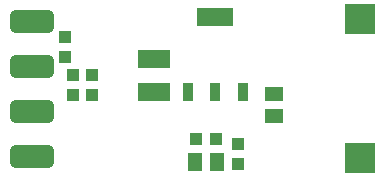
<source format=gbr>
G04 EAGLE Gerber RS-274X export*
G75*
%MOMM*%
%FSLAX34Y34*%
%LPD*%
%INSolderpaste Bottom*%
%IPPOS*%
%AMOC8*
5,1,8,0,0,1.08239X$1,22.5*%
G01*
%ADD10R,2.540000X2.540000*%
%ADD11R,0.838200X1.600200*%
%ADD12R,3.098800X1.600200*%
%ADD13R,2.700000X1.600000*%
%ADD14R,1.500000X1.300000*%
%ADD15R,1.300000X1.500000*%
%ADD16C,0.965200*%
%ADD17R,1.000000X1.100000*%
%ADD18R,1.100000X1.000000*%


D10*
X165100Y-50800D03*
X165100Y66675D03*
D11*
X65977Y4509D03*
X42863Y4509D03*
X19749Y4509D03*
D12*
X42863Y68517D03*
D13*
X-9525Y5050D03*
X-9525Y33050D03*
D14*
X92075Y3150D03*
X92075Y-15850D03*
D15*
X25425Y-53975D03*
X44425Y-53975D03*
D16*
X-98489Y-15939D02*
X-126937Y-15939D01*
X-126937Y-6287D01*
X-98489Y-6287D01*
X-98489Y-15939D01*
X-98489Y-6770D02*
X-126937Y-6770D01*
X-126937Y-54039D02*
X-98489Y-54039D01*
X-126937Y-54039D02*
X-126937Y-44387D01*
X-98489Y-44387D01*
X-98489Y-54039D01*
X-98489Y-44870D02*
X-126937Y-44870D01*
D17*
X43425Y-34925D03*
X26425Y-34925D03*
D18*
X-77788Y2613D03*
X-77788Y19613D03*
X-61913Y2613D03*
X-61913Y19613D03*
D16*
X-98489Y22162D02*
X-126937Y22162D01*
X-126937Y31814D01*
X-98489Y31814D01*
X-98489Y22162D01*
X-98489Y31331D02*
X-126937Y31331D01*
X-126937Y60262D02*
X-98489Y60262D01*
X-126937Y60262D02*
X-126937Y69914D01*
X-98489Y69914D01*
X-98489Y60262D01*
X-98489Y69431D02*
X-126937Y69431D01*
D17*
X61913Y-39125D03*
X61913Y-56125D03*
X-84138Y34363D03*
X-84138Y51363D03*
M02*

</source>
